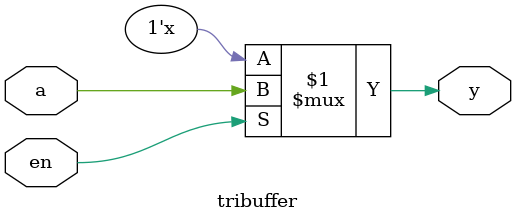
<source format=sv>
module tribuffer (input a, en, 
						output y);
						
	assign y = en ? a : 1'bz; 
endmodule
</source>
